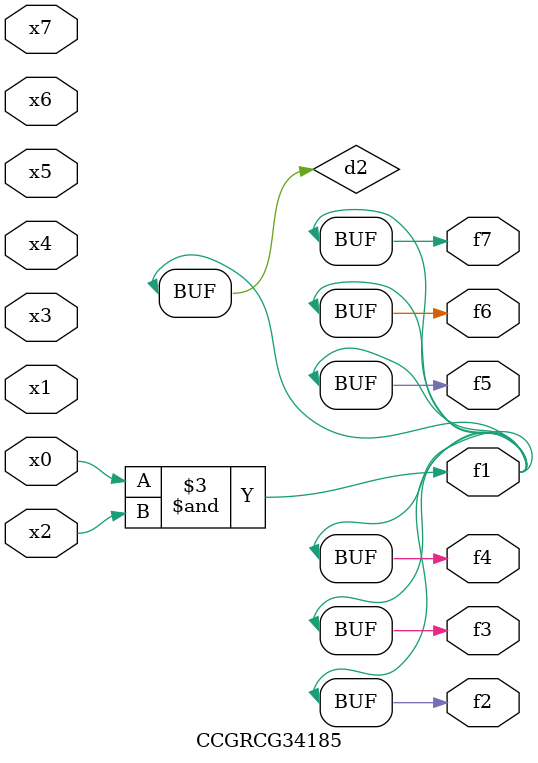
<source format=v>
module CCGRCG34185(
	input x0, x1, x2, x3, x4, x5, x6, x7,
	output f1, f2, f3, f4, f5, f6, f7
);

	wire d1, d2;

	nor (d1, x3, x6);
	and (d2, x0, x2);
	assign f1 = d2;
	assign f2 = d2;
	assign f3 = d2;
	assign f4 = d2;
	assign f5 = d2;
	assign f6 = d2;
	assign f7 = d2;
endmodule

</source>
